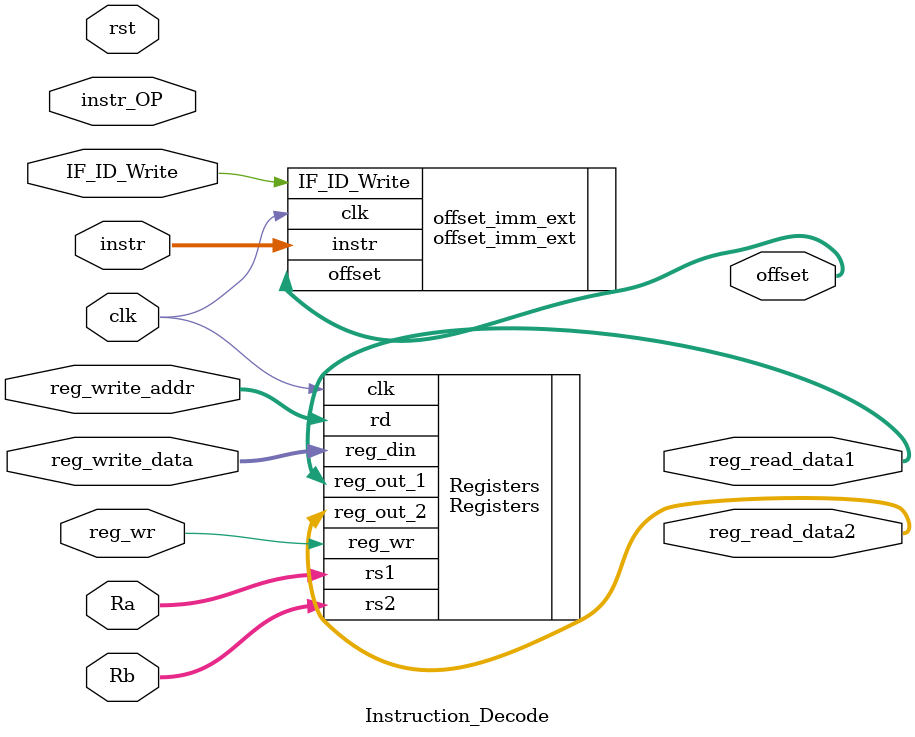
<source format=v>
`timescale 1ns/1ps

module Instruction_Decode(clk,rst,reg_write_data,reg_write_addr,
reg_wr,reg_read_data1,reg_read_data2,instr_OP,instr,IF_ID_Write,
Ra,Rb,offset);

input clk,rst;                
input [31:0]reg_write_data;
input reg_wr;
input [6:0] instr_OP;
input [31:0] instr;
input IF_ID_Write;
input [4:0]reg_write_addr;
input [4:0]Ra;
input [4:0]Rb;
output [31:0]reg_read_data1;
output [31:0]reg_read_data2;
output [31:0]offset;

/*module instantiations of register file and offset extension*/
Registers Registers(.clk(clk),.reg_out_1(reg_read_data1),.reg_out_2(reg_read_data2),.rs1(Ra),.rs2(Rb),.rd(reg_write_addr),.reg_wr(reg_wr),.reg_din(reg_write_data));
offset_imm_ext offset_imm_ext(.clk(clk),.instr(instr),.IF_ID_Write(IF_ID_Write),.offset(offset));

endmodule
</source>
